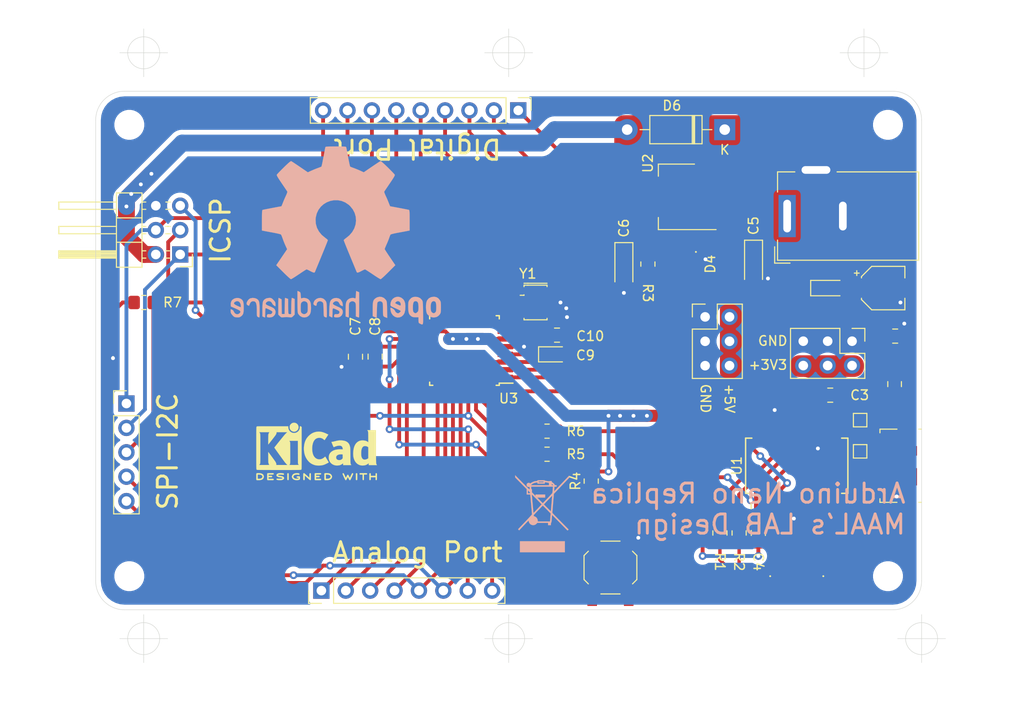
<source format=kicad_pcb>
(kicad_pcb (version 20171130) (host pcbnew 5.1.10-88a1d61d58~90~ubuntu20.04.1)
  (title_block (title "Arduino Nano") (date 2021-10-13) (rev 1) (company "MAAL's LAB") (comment 1 "Designer: Mohammad Ahmad ALhamad"))
  (layers (0 F.Cu signal) (31 B.Cu signal) (34 B.Paste user) (35 F.Paste user) (36 B.SilkS user) (37 F.SilkS user) (38 B.Mask user) (39 F.Mask user) (44 Edge.Cuts user))
  (net 0 "")
  (net 1 GND)
  (net 2 VBUS)
  (net 3 +3V3)
  (net 4 "Net-(C4-Pad2)")
  (net 5 /~RESET)
  (net 6 VDC)
  (net 7 +5V)
  (net 8 /ATmega328P/AREF)
  (net 9 "Net-(D2-Pad1)")
  (net 10 "Net-(D3-Pad1)")
  (net 11 "Net-(D4-Pad2)")
  (net 12 "Net-(D5-Pad2)")
  (net 13 "Net-(F1-Pad2)")
  (net 14 D11)
  (net 15 D13)
  (net 16 D12)
  (net 17 /USB_Interface/USB_P)
  (net 18 /USB_Interface/USB_N)
  (net 19 /A5)
  (net 20 /A4)
  (net 21 /A7)
  (net 22 /A6)
  (net 23 /A3)
  (net 24 /A2)
  (net 25 /A1)
  (net 26 /A0)
  (net 27 /D10)
  (net 28 /D9)
  (net 29 /D8)
  (net 30 /D7)
  (net 31 /D6)
  (net 32 /D5)
  (net 33 /D4)
  (net 34 /D3)
  (net 35 /D2)
  (net 36 "Net-(R1-Pad2)")
  (net 37 "Net-(R2-Pad2)")
  (net 38 /ATmega328P/D0|RX)
  (net 39 /TXD)
  (net 40 /ATmega328P/D1|TX)
  (net 41 /RXD)
  (net 42 "Net-(U3-Pad8)")
  (net 43 "Net-(U3-Pad7)")
  (module Symbol:WEEE-Logo_5.6x8mm_SilkScreen (layer B.Cu) (at 156.5 112 180)
    (fp_text reference REF** hide)
    (fp_text value WEEE-Logo_5.6x8mm_SilkScreen hide)
  )
  (module Symbol:OSHW-Logo2_24.3x20mm_SilkScreen (layer B.Cu) (at 135 83 180)
    (fp_text reference REF** hide)
    (fp_text value OSHW-Logo2_24.3x20mm_SilkScreen hide)
  )
  (module Symbol:KiCad-Logo2_5mm_SilkScreen (layer F.Cu) (at 133 105.5)
    (fp_text reference REF** hide)
    (fp_text value KiCad-Logo2_5mm_SilkScreen hide)
  )
  (module Capacitor_SMD:C_0805_2012Metric_Pad1.18x1.45mm_HandSolder (layer F.Cu) (at 158.0375 93.4)
    (fp_text reference C10 (at 3.4625 0.1) (layer F.SilkS))
    (fp_text value 1uF)
    (pad 2 smd roundrect (at 1.0375 0) (size 1.175 1.45) (layers F.Cu F.Paste F.Mask) (roundrect_rratio 0.2127659574468085) (net 1 GND))
    (pad 1 smd roundrect (at -1.0375 0) (size 1.175 1.45) (layers F.Cu F.Paste F.Mask) (roundrect_rratio 0.2127659574468085) (net 7 +5V))
  )
  (module Connector_PinHeader_2.54mm:PinHeader_1x09_P2.54mm_Vertical (layer F.Cu) (at 154 70 270)
    (fp_text reference J7 hide)
    (fp_text value "Digital Port")
    (pad 9 thru_hole oval (at 0 20.32 270) (size 1.7 1.7) (drill 1) (layers *.Cu *.Mask) (net 27 /D10))
    (pad 8 thru_hole oval (at 0 17.78 270) (size 1.7 1.7) (drill 1) (layers *.Cu *.Mask) (net 28 /D9))
    (pad 7 thru_hole oval (at 0 15.24 270) (size 1.7 1.7) (drill 1) (layers *.Cu *.Mask) (net 29 /D8))
    (pad 6 thru_hole oval (at 0 12.7 270) (size 1.7 1.7) (drill 1) (layers *.Cu *.Mask) (net 30 /D7))
    (pad 5 thru_hole oval (at 0 10.16 270) (size 1.7 1.7) (drill 1) (layers *.Cu *.Mask) (net 31 /D6))
    (pad 4 thru_hole oval (at 0 7.62 270) (size 1.7 1.7) (drill 1) (layers *.Cu *.Mask) (net 32 /D5))
    (pad 3 thru_hole oval (at 0 5.08 270) (size 1.7 1.7) (drill 1) (layers *.Cu *.Mask) (net 33 /D4))
    (pad 2 thru_hole oval (at 0 2.54 270) (size 1.7 1.7) (drill 1) (layers *.Cu *.Mask) (net 34 /D3))
    (pad 1 thru_hole rect (at 0 0 270) (size 1.7 1.7) (drill 1) (layers *.Cu *.Mask) (net 35 /D2))
  )
  (module Connector_PinHeader_2.54mm:PinHeader_2x03_P2.54mm_Vertical (layer F.Cu) (at 173.46 91.5)
    (fp_text reference J6 hide)
    (fp_text value Conn_02x03_Odd_Even)
    (pad 6 thru_hole oval (at 2.54 5.08) (size 1.7 1.7) (drill 1) (layers *.Cu *.Mask) (net 7 +5V))
    (pad 5 thru_hole oval (at 0 5.08) (size 1.7 1.7) (drill 1) (layers *.Cu *.Mask) (net 1 GND))
    (pad 4 thru_hole oval (at 2.54 2.54) (size 1.7 1.7) (drill 1) (layers *.Cu *.Mask) (net 7 +5V))
    (pad 3 thru_hole oval (at 0 2.54) (size 1.7 1.7) (drill 1) (layers *.Cu *.Mask) (net 1 GND))
    (pad 2 thru_hole oval (at 2.54 0) (size 1.7 1.7) (drill 1) (layers *.Cu *.Mask) (net 7 +5V))
    (pad 1 thru_hole rect (at 0 0) (size 1.7 1.7) (drill 1) (layers *.Cu *.Mask) (net 1 GND))
  )
  (module Package_SO:SSOP-28_5.3x10.2mm_P0.65mm (layer F.Cu) (at 183 107 90)
    (fp_text reference U1 (at 0 -6.25 90) (layer F.SilkS))
    (fp_text value FT232RL)
    (pad 28 smd rect (at 3.6 -4.225 90) (size 1.75 0.45) (layers F.Cu F.Paste F.Mask))
    (pad 27 smd rect (at 3.6 -3.575 90) (size 1.75 0.45) (layers F.Cu F.Paste F.Mask))
    (pad 26 smd rect (at 3.6 -2.925 90) (size 1.75 0.45) (layers F.Cu F.Paste F.Mask) (net 1 GND))
    (pad 25 smd rect (at 3.6 -2.275 90) (size 1.75 0.45) (layers F.Cu F.Paste F.Mask) (net 1 GND))
    (pad 24 smd rect (at 3.6 -1.625 90) (size 1.75 0.45) (layers F.Cu F.Paste F.Mask))
    (pad 23 smd rect (at 3.6 -0.975 90) (size 1.75 0.45) (layers F.Cu F.Paste F.Mask) (net 36 "Net-(R1-Pad2)"))
    (pad 22 smd rect (at 3.6 -0.325 90) (size 1.75 0.45) (layers F.Cu F.Paste F.Mask) (net 37 "Net-(R2-Pad2)"))
    (pad 21 smd rect (at 3.6 0.325 90) (size 1.75 0.45) (layers F.Cu F.Paste F.Mask) (net 1 GND))
    (pad 20 smd rect (at 3.6 0.975 90) (size 1.75 0.45) (layers F.Cu F.Paste F.Mask) (net 7 +5V))
    (pad 19 smd rect (at 3.6 1.625 90) (size 1.75 0.45) (layers F.Cu F.Paste F.Mask))
    (pad 18 smd rect (at 3.6 2.275 90) (size 1.75 0.45) (layers F.Cu F.Paste F.Mask) (net 1 GND))
    (pad 17 smd rect (at 3.6 2.925 90) (size 1.75 0.45) (layers F.Cu F.Paste F.Mask) (net 3 +3V3))
    (pad 16 smd rect (at 3.6 3.575 90) (size 1.75 0.45) (layers F.Cu F.Paste F.Mask) (net 18 /USB_Interface/USB_N))
    (pad 15 smd rect (at 3.6 4.225 90) (size 1.75 0.45) (layers F.Cu F.Paste F.Mask) (net 17 /USB_Interface/USB_P))
    (pad 14 smd rect (at -3.6 4.225 90) (size 1.75 0.45) (layers F.Cu F.Paste F.Mask))
    (pad 13 smd rect (at -3.6 3.575 90) (size 1.75 0.45) (layers F.Cu F.Paste F.Mask))
    (pad 12 smd rect (at -3.6 2.925 90) (size 1.75 0.45) (layers F.Cu F.Paste F.Mask))
    (pad 11 smd rect (at -3.6 2.275 90) (size 1.75 0.45) (layers F.Cu F.Paste F.Mask))
    (pad 10 smd rect (at -3.6 1.625 90) (size 1.75 0.45) (layers F.Cu F.Paste F.Mask))
    (pad 9 smd rect (at -3.6 0.975 90) (size 1.75 0.45) (layers F.Cu F.Paste F.Mask))
    (pad 8 smd rect (at -3.6 0.325 90) (size 1.75 0.45) (layers F.Cu F.Paste F.Mask))
    (pad 7 smd rect (at -3.6 -0.325 90) (size 1.75 0.45) (layers F.Cu F.Paste F.Mask) (net 1 GND))
    (pad 6 smd rect (at -3.6 -0.975 90) (size 1.75 0.45) (layers F.Cu F.Paste F.Mask))
    (pad 5 smd rect (at -3.6 -1.625 90) (size 1.75 0.45) (layers F.Cu F.Paste F.Mask) (net 41 /RXD))
    (pad 4 smd rect (at -3.6 -2.275 90) (size 1.75 0.45) (layers F.Cu F.Paste F.Mask) (net 7 +5V))
    (pad 3 smd rect (at -3.6 -2.925 90) (size 1.75 0.45) (layers F.Cu F.Paste F.Mask))
    (pad 2 smd rect (at -3.6 -3.575 90) (size 1.75 0.45) (layers F.Cu F.Paste F.Mask) (net 4 "Net-(C4-Pad2)"))
    (pad 1 smd rect (at -3.6 -4.225 90) (size 1.75 0.45) (layers F.Cu F.Paste F.Mask) (net 39 /TXD))
  )
  (module Resistor_SMD:R_0805_2012Metric_Pad1.20x1.40mm_HandSolder (layer F.Cu) (at 175 114 90)
    (fp_text reference R1 (at -3 0 270 unlocked) (layer F.SilkS))
    (fp_text value 1k)
    (pad 2 smd roundrect (at 1 0 90) (size 1.2 1.4) (layers F.Cu F.Paste F.Mask) (roundrect_rratio 0.2083325) (net 36 "Net-(R1-Pad2)"))
    (pad 1 smd roundrect (at -1 0 90) (size 1.2 1.4) (layers F.Cu F.Paste F.Mask) (roundrect_rratio 0.2083325) (net 9 "Net-(D2-Pad1)"))
  )
  (module LED_SMD:LED_0402_1005Metric_Pad0.77x0.64mm_HandSolder (layer F.Cu) (at 184.5 118.5 180)
    (fp_text reference D2 hide)
    (fp_text value Red)
    (pad 2 smd roundrect (at 0.5725 0 180) (size 0.765 0.64) (layers F.Cu F.Paste F.Mask) (net 7 +5V))
    (pad 1 smd roundrect (at -0.5725 0 180) (size 0.765 0.64) (layers F.Cu F.Paste F.Mask) (net 9 "Net-(D2-Pad1)"))
  )
  (module Connector_PinHeader_2.54mm:PinHeader_2x03_P2.54mm_Vertical (layer F.Cu) (at 188.76 94.03 270)
    (fp_text reference J8 hide)
    (fp_text value Conn_02x03_Odd_Even)
    (pad 6 thru_hole oval (at 2.54 5.08 270) (size 1.7 1.7) (drill 1) (layers *.Cu *.Mask) (net 3 +3V3))
    (pad 5 thru_hole oval (at 0 5.08 270) (size 1.7 1.7) (drill 1) (layers *.Cu *.Mask) (net 1 GND))
    (pad 4 thru_hole oval (at 2.54 2.54 270) (size 1.7 1.7) (drill 1) (layers *.Cu *.Mask) (net 3 +3V3))
    (pad 3 thru_hole oval (at 0 2.54 270) (size 1.7 1.7) (drill 1) (layers *.Cu *.Mask) (net 1 GND))
    (pad 2 thru_hole oval (at 2.54 0 270) (size 1.7 1.7) (drill 1) (layers *.Cu *.Mask) (net 3 +3V3))
    (pad 1 thru_hole rect (at 0 0 270) (size 1.7 1.7) (drill 1) (layers *.Cu *.Mask) (net 1 GND))
  )
  (module Capacitor_Tantalum_SMD:CP_EIA-3216-10_Kemet-I_Pad1.58x1.35mm_HandSolder (layer F.Cu) (at 165 86.25 270)
    (fp_text reference C6 (at -4 0 90) (layer F.SilkS))
    (fp_text value 10uF)
    (pad 2 smd roundrect (at 1.4375 0 270) (size 1.575 1.35) (layers F.Cu F.Paste F.Mask) (roundrect_rratio 0.1851844444444445) (net 1 GND))
    (pad 1 smd roundrect (at -1.4375 0 270) (size 1.575 1.35) (layers F.Cu F.Paste F.Mask) (roundrect_rratio 0.1851844444444445) (net 7 +5V))
  )
  (module Capacitor_Tantalum_SMD:CP_EIA-3216-10_Kemet-I_Pad1.58x1.35mm_HandSolder (layer F.Cu) (at 178.5 86 270)
    (fp_text reference C5 (at -4 0 90) (layer F.SilkS))
    (fp_text value 10uF)
    (pad 2 smd roundrect (at 1.4375 0 270) (size 1.575 1.35) (layers F.Cu F.Paste F.Mask) (roundrect_rratio 0.1851844444444445) (net 1 GND))
    (pad 1 smd roundrect (at -1.4375 0 270) (size 1.575 1.35) (layers F.Cu F.Paste F.Mask) (roundrect_rratio 0.1851844444444445) (net 6 VDC))
  )
  (module Diode_THT:D_DO-41_SOD81_P10.16mm_Horizontal (layer F.Cu) (at 175.5 72 180)
    (fp_text reference D6 (at 5.5 2.5) (layer F.SilkS))
    (fp_text value 1N4007)
    (fp_text user K (at 0 -2.1) (layer F.SilkS))
    (pad 2 thru_hole oval (at 10.16 0 180) (size 2.2 2.2) (drill 1.1) (layers *.Cu *.Mask) (net 7 +5V))
    (pad 1 thru_hole rect (at 0 0 180) (size 2.2 2.2) (drill 1.1) (layers *.Cu *.Mask) (net 6 VDC))
  )
  (module Crystal:Resonator_SMD_muRata_CSTxExxV-3Pin_3.0x1.1mm_HandSoldering (layer F.Cu) (at 155.8 90 270)
    (fp_text reference Y1 (at -3 0.8 180) (layer F.SilkS))
    (fp_text value 16MHz)
    (pad 3 smd rect (at 1.2 0 270) (size 0.4 3.2) (layers F.Cu F.Paste F.Mask) (net 43 "Net-(U3-Pad7)"))
    (pad 2 smd rect (at 0 0 270) (size 0.4 3.2) (layers F.Cu F.Paste F.Mask) (net 1 GND))
    (pad 1 smd rect (at -1.2 0 270) (size 0.4 3.2) (layers F.Cu F.Paste F.Mask) (net 42 "Net-(U3-Pad8)"))
  )
  (module Package_QFP:TQFP-32_7x7mm_P0.8mm (layer F.Cu) (at 148.4 95 180)
    (fp_text reference U3 (at -4.6 -5) (layer F.SilkS))
    (fp_text value ATmega328P-AU)
    (pad 1 smd rect (at -4.25 -2.8 180) (size 1.6 0.55) (layers F.Cu F.Paste F.Mask) (net 34 /D3))
    (pad 2 smd rect (at -4.25 -2 180) (size 1.6 0.55) (layers F.Cu F.Paste F.Mask) (net 33 /D4))
    (pad 3 smd rect (at -4.25 -1.2 180) (size 1.6 0.55) (layers F.Cu F.Paste F.Mask) (net 1 GND))
    (pad 4 smd rect (at -4.25 -0.4 180) (size 1.6 0.55) (layers F.Cu F.Paste F.Mask) (net 7 +5V))
    (pad 5 smd rect (at -4.25 0.4 180) (size 1.6 0.55) (layers F.Cu F.Paste F.Mask) (net 1 GND))
    (pad 6 smd rect (at -4.25 1.2 180) (size 1.6 0.55) (layers F.Cu F.Paste F.Mask) (net 7 +5V))
    (pad 7 smd rect (at -4.25 2 180) (size 1.6 0.55) (layers F.Cu F.Paste F.Mask) (net 43 "Net-(U3-Pad7)"))
    (pad 8 smd rect (at -4.25 2.8 180) (size 1.6 0.55) (layers F.Cu F.Paste F.Mask) (net 42 "Net-(U3-Pad8)"))
    (pad 9 smd rect (at -2.8 4.25 270) (size 1.6 0.55) (layers F.Cu F.Paste F.Mask) (net 32 /D5))
    (pad 10 smd rect (at -2 4.25 270) (size 1.6 0.55) (layers F.Cu F.Paste F.Mask) (net 31 /D6))
    (pad 11 smd rect (at -1.2 4.25 270) (size 1.6 0.55) (layers F.Cu F.Paste F.Mask) (net 30 /D7))
    (pad 12 smd rect (at -0.4 4.25 270) (size 1.6 0.55) (layers F.Cu F.Paste F.Mask) (net 29 /D8))
    (pad 13 smd rect (at 0.4 4.25 270) (size 1.6 0.55) (layers F.Cu F.Paste F.Mask) (net 28 /D9))
    (pad 14 smd rect (at 1.2 4.25 270) (size 1.6 0.55) (layers F.Cu F.Paste F.Mask) (net 27 /D10))
    (pad 15 smd rect (at 2 4.25 270) (size 1.6 0.55) (layers F.Cu F.Paste F.Mask) (net 14 D11))
    (pad 16 smd rect (at 2.8 4.25 270) (size 1.6 0.55) (layers F.Cu F.Paste F.Mask) (net 16 D12))
    (pad 17 smd rect (at 4.25 2.8 180) (size 1.6 0.55) (layers F.Cu F.Paste F.Mask) (net 15 D13))
    (pad 18 smd rect (at 4.25 2 180) (size 1.6 0.55) (layers F.Cu F.Paste F.Mask) (net 7 +5V))
    (pad 19 smd rect (at 4.25 1.2 180) (size 1.6 0.55) (layers F.Cu F.Paste F.Mask) (net 22 /A6))
    (pad 20 smd rect (at 4.25 0.4 180) (size 1.6 0.55) (layers F.Cu F.Paste F.Mask) (net 8 /ATmega328P/AREF))
    (pad 21 smd rect (at 4.25 -0.4 180) (size 1.6 0.55) (layers F.Cu F.Paste F.Mask) (net 1 GND))
    (pad 22 smd rect (at 4.25 -1.2 180) (size 1.6 0.55) (layers F.Cu F.Paste F.Mask) (net 21 /A7))
    (pad 23 smd rect (at 4.25 -2 180) (size 1.6 0.55) (layers F.Cu F.Paste F.Mask) (net 26 /A0))
    (pad 24 smd rect (at 4.25 -2.8 180) (size 1.6 0.55) (layers F.Cu F.Paste F.Mask) (net 25 /A1))
    (pad 25 smd rect (at 2.8 -4.25 270) (size 1.6 0.55) (layers F.Cu F.Paste F.Mask) (net 24 /A2))
    (pad 26 smd rect (at 2 -4.25 270) (size 1.6 0.55) (layers F.Cu F.Paste F.Mask) (net 23 /A3))
    (pad 27 smd rect (at 1.2 -4.25 270) (size 1.6 0.55) (layers F.Cu F.Paste F.Mask) (net 20 /A4))
    (pad 28 smd rect (at 0.4 -4.25 270) (size 1.6 0.55) (layers F.Cu F.Paste F.Mask) (net 19 /A5))
    (pad 29 smd rect (at -0.4 -4.25 270) (size 1.6 0.55) (layers F.Cu F.Paste F.Mask) (net 5 /~RESET))
    (pad 30 smd rect (at -1.2 -4.25 270) (size 1.6 0.55) (layers F.Cu F.Paste F.Mask) (net 38 /ATmega328P/D0|RX))
    (pad 31 smd rect (at -2 -4.25 270) (size 1.6 0.55) (layers F.Cu F.Paste F.Mask) (net 40 /ATmega328P/D1|TX))
    (pad 32 smd rect (at -2.8 -4.25 270) (size 1.6 0.55) (layers F.Cu F.Paste F.Mask) (net 35 /D2))
  )
  (module Package_TO_SOT_SMD:SOT-223-3_TabPin2 (layer F.Cu) (at 170.5 79 180)
    (fp_text reference U2 (at 3 3.5 90) (layer F.SilkS))
    (fp_text value LM1117-5.0)
    (pad 1 smd rect (at -3.15 -2.3 180) (size 2 1.5) (layers F.Cu F.Paste F.Mask) (net 1 GND))
    (pad 3 smd rect (at -3.15 2.3 180) (size 2 1.5) (layers F.Cu F.Paste F.Mask) (net 6 VDC))
    (pad 2 smd rect (at -3.15 0 180) (size 2 1.5) (layers F.Cu F.Paste F.Mask) (net 7 +5V))
    (pad 2 smd rect (at 3.15 0 180) (size 2 3.8) (layers F.Cu F.Paste F.Mask) (net 7 +5V))
  )
  (module TestPoint:TestPoint_Pad_1.0x1.0mm (layer F.Cu) (at 189.6 102.25 180)
    (fp_text reference TP2 hide)
    (fp_text value D-)
    (pad 1 smd rect (at 0 0 180) (size 1 1) (layers F.Cu F.Mask) (net 18 /USB_Interface/USB_N))
  )
  (module TestPoint:TestPoint_Pad_1.0x1.0mm (layer F.Cu) (at 189.6 105.5 180)
    (fp_text reference TP1 hide)
    (fp_text value D+)
    (pad 1 smd rect (at 0 0 180) (size 1 1) (layers F.Cu F.Mask) (net 17 /USB_Interface/USB_P))
  )
  (module Button_Switch_SMD:SW_SPST_TL3342 (layer F.Cu) (at 163.6 117.6 90)
    (fp_text reference SW1 hide)
    (fp_text value RESET)
    (pad 2 smd rect (at 3.15 1.9 90) (size 1.7 1) (layers F.Cu F.Paste F.Mask) (net 1 GND))
    (pad 2 smd rect (at -3.15 1.9 90) (size 1.7 1) (layers F.Cu F.Paste F.Mask) (net 1 GND))
    (pad 1 smd rect (at 3.15 -1.9 90) (size 1.7 1) (layers F.Cu F.Paste F.Mask) (net 5 /~RESET))
    (pad 1 smd rect (at -3.15 -1.9 90) (size 1.7 1) (layers F.Cu F.Paste F.Mask) (net 5 /~RESET))
  )
  (module Resistor_SMD:R_0805_2012Metric_Pad1.20x1.40mm_HandSolder (layer F.Cu) (at 115 90)
    (fp_text reference R7 (at 3 0) (layer F.SilkS))
    (fp_text value 1k)
    (pad 2 smd roundrect (at 1 0) (size 1.2 1.4) (layers F.Cu F.Paste F.Mask) (roundrect_rratio 0.2083325) (net 15 D13))
    (pad 1 smd roundrect (at -1 0) (size 1.2 1.4) (layers F.Cu F.Paste F.Mask) (roundrect_rratio 0.2083325) (net 12 "Net-(D5-Pad2)"))
  )
  (module Resistor_SMD:R_0805_2012Metric_Pad1.20x1.40mm_HandSolder (layer F.Cu) (at 157 103.4 180)
    (fp_text reference R6 (at -3 0) (layer F.SilkS))
    (fp_text value 1k)
    (pad 2 smd roundrect (at 1 0 180) (size 1.2 1.4) (layers F.Cu F.Paste F.Mask) (roundrect_rratio 0.2083325) (net 40 /ATmega328P/D1|TX))
    (pad 1 smd roundrect (at -1 0 180) (size 1.2 1.4) (layers F.Cu F.Paste F.Mask) (roundrect_rratio 0.2083325) (net 41 /RXD))
  )
  (module Resistor_SMD:R_0805_2012Metric_Pad1.20x1.40mm_HandSolder (layer F.Cu) (at 157 105.8 180)
    (fp_text reference R5 (at -3 0) (layer F.SilkS))
    (fp_text value 1k)
    (pad 2 smd roundrect (at 1 0 180) (size 1.2 1.4) (layers F.Cu F.Paste F.Mask) (roundrect_rratio 0.2083325) (net 38 /ATmega328P/D0|RX))
    (pad 1 smd roundrect (at -1 0 180) (size 1.2 1.4) (layers F.Cu F.Paste F.Mask) (roundrect_rratio 0.2083325) (net 39 /TXD))
  )
  (module Resistor_SMD:R_0805_2012Metric_Pad1.20x1.40mm_HandSolder (layer F.Cu) (at 161.6 108.6 90)
    (fp_text reference R4 (at 0 -1.65 90) (layer F.SilkS))
    (fp_text value 1k)
    (pad 2 smd roundrect (at 1 0 90) (size 1.2 1.4) (layers F.Cu F.Paste F.Mask) (roundrect_rratio 0.2083325) (net 7 +5V))
    (pad 1 smd roundrect (at -1 0 90) (size 1.2 1.4) (layers F.Cu F.Paste F.Mask) (roundrect_rratio 0.2083325) (net 5 /~RESET))
  )
  (module Resistor_SMD:R_0805_2012Metric_Pad1.20x1.40mm_HandSolder (layer F.Cu) (at 167.5 86 90)
    (fp_text reference R3 (at -3 0 270 unlocked) (layer F.SilkS))
    (fp_text value 1k)
    (pad 1 smd roundrect (at -1 0 90) (size 1.2 1.4) (layers F.Cu F.Paste F.Mask) (roundrect_rratio 0.2083325) (net 11 "Net-(D4-Pad2)"))
    (pad 2 smd roundrect (at 1 0 90) (size 1.2 1.4) (layers F.Cu F.Paste F.Mask) (roundrect_rratio 0.2083325) (net 7 +5V))
  )
  (module Resistor_SMD:R_0805_2012Metric_Pad1.20x1.40mm_HandSolder (layer F.Cu) (at 177 114 90)
    (fp_text reference R2 (at -3 0 270 unlocked) (layer F.SilkS))
    (fp_text value 1k)
    (pad 2 smd roundrect (at 1 0 90) (size 1.2 1.4) (layers F.Cu F.Paste F.Mask) (roundrect_rratio 0.2083325) (net 37 "Net-(R2-Pad2)"))
    (pad 1 smd roundrect (at -1 0 90) (size 1.2 1.4) (layers F.Cu F.Paste F.Mask) (roundrect_rratio 0.2083325) (net 10 "Net-(D3-Pad1)"))
  )
  (module Connector_PinHeader_2.54mm:PinHeader_1x08_P2.54mm_Vertical (layer F.Cu) (at 133.5 120 90)
    (fp_text reference J5 hide)
    (fp_text value "Ananlog Port")
    (pad 8 thru_hole oval (at 0 17.78 90) (size 1.7 1.7) (drill 1) (layers *.Cu *.Mask) (net 21 /A7))
    (pad 7 thru_hole oval (at 0 15.24 90) (size 1.7 1.7) (drill 1) (layers *.Cu *.Mask) (net 22 /A6))
    (pad 6 thru_hole oval (at 0 12.7 90) (size 1.7 1.7) (drill 1) (layers *.Cu *.Mask) (net 19 /A5))
    (pad 5 thru_hole oval (at 0 10.16 90) (size 1.7 1.7) (drill 1) (layers *.Cu *.Mask) (net 20 /A4))
    (pad 4 thru_hole oval (at 0 7.62 90) (size 1.7 1.7) (drill 1) (layers *.Cu *.Mask) (net 23 /A3))
    (pad 3 thru_hole oval (at 0 5.08 90) (size 1.7 1.7) (drill 1) (layers *.Cu *.Mask) (net 24 /A2))
    (pad 2 thru_hole oval (at 0 2.54 90) (size 1.7 1.7) (drill 1) (layers *.Cu *.Mask) (net 25 /A1))
    (pad 1 thru_hole rect (at 0 0 90) (size 1.7 1.7) (drill 1) (layers *.Cu *.Mask) (net 26 /A0))
  )
  (module Connector_PinHeader_2.54mm:PinHeader_1x05_P2.54mm_Vertical (layer F.Cu) (at 113.2 100.52)
    (fp_text reference J4 hide)
    (fp_text value SPI|I2C)
    (pad 5 thru_hole oval (at 0 10.16) (size 1.7 1.7) (drill 1) (layers *.Cu *.Mask) (net 19 /A5))
    (pad 4 thru_hole oval (at 0 7.62) (size 1.7 1.7) (drill 1) (layers *.Cu *.Mask) (net 20 /A4))
    (pad 3 thru_hole oval (at 0 5.08) (size 1.7 1.7) (drill 1) (layers *.Cu *.Mask) (net 15 D13))
    (pad 2 thru_hole oval (at 0 2.54) (size 1.7 1.7) (drill 1) (layers *.Cu *.Mask) (net 16 D12))
    (pad 1 thru_hole rect (at 0 0) (size 1.7 1.7) (drill 1) (layers *.Cu *.Mask) (net 14 D11))
  )
  (module Connector_BarrelJack:BarrelJack_Wuerth_6941xx301002 (layer F.Cu) (at 182 81 90)
    (fp_text reference J3 hide)
    (fp_text value Barrel_Jack_Switch)
    (pad 3 thru_hole oval (at 4.8 3 180) (size 4 1.8) (drill oval 3 0.8) (layers *.Cu *.Mask) (net 1 GND))
    (pad 2 thru_hole oval (at 0 5.8 90) (size 4 1.8) (drill oval 3 0.8) (layers *.Cu *.Mask) (net 1 GND))
    (pad 1 thru_hole rect (at 0 0 90) (size 4.4 1.8) (drill oval 3.4 0.8) (layers *.Cu *.Mask) (net 6 VDC))
  )
  (module Connector_USB:USB_Micro-B_Molex_47346-0001 (layer F.Cu) (at 193.375 107 90)
    (fp_text reference J2 hide)
    (fp_text value Molex_47346-0001)
    (pad 6 smd rect (at 1.55 1.2 90) (size 1 1.9) (layers F.Cu F.Paste F.Mask) (net 1 GND))
    (pad 6 smd rect (at -1.15 1.2 90) (size 1.8 1.9) (layers F.Cu F.Paste F.Mask) (net 1 GND))
    (pad 6 smd rect (at 3.375 1.2 90) (size 1.65 1.3) (layers F.Cu F.Paste F.Mask) (net 1 GND))
    (pad 6 smd rect (at -3.375 1.2 90) (size 1.65 1.3) (layers F.Cu F.Paste F.Mask) (net 1 GND))
    (pad 6 smd rect (at 2.4875 -1.375 90) (size 1.425 1.55) (layers F.Cu F.Paste F.Mask) (net 1 GND))
    (pad 6 smd rect (at -2.4875 -1.375 90) (size 1.425 1.55) (layers F.Cu F.Paste F.Mask) (net 1 GND))
    (pad 5 smd rect (at 1.3 -1.46 90) (size 0.45 1.38) (layers F.Cu F.Paste F.Mask) (net 1 GND))
    (pad 4 smd rect (at 0.65 -1.46 90) (size 0.45 1.38) (layers F.Cu F.Paste F.Mask))
    (pad 3 smd rect (at 0 -1.46 90) (size 0.45 1.38) (layers F.Cu F.Paste F.Mask) (net 17 /USB_Interface/USB_P))
    (pad 2 smd rect (at -0.65 -1.46 90) (size 0.45 1.38) (layers F.Cu F.Paste F.Mask) (net 18 /USB_Interface/USB_N))
    (pad 1 smd rect (at -1.3 -1.46 90) (size 0.45 1.38) (layers F.Cu F.Paste F.Mask) (net 13 "Net-(F1-Pad2)"))
  )
  (module Connector_PinHeader_2.54mm:PinHeader_2x03_P2.54mm_Horizontal (layer F.Cu) (at 118.8 85 180)
    (fp_text reference J1 hide)
    (fp_text value Conn_02x03_Odd_Even)
    (pad 6 thru_hole oval (at 2.54 5.08 180) (size 1.7 1.7) (drill 1) (layers *.Cu *.Mask) (net 1 GND))
    (pad 5 thru_hole oval (at 0 5.08 180) (size 1.7 1.7) (drill 1) (layers *.Cu *.Mask) (net 5 /~RESET))
    (pad 4 thru_hole oval (at 2.54 2.54 180) (size 1.7 1.7) (drill 1) (layers *.Cu *.Mask) (net 14 D11))
    (pad 3 thru_hole oval (at 0 2.54 180) (size 1.7 1.7) (drill 1) (layers *.Cu *.Mask) (net 15 D13))
    (pad 2 thru_hole oval (at 2.54 0 180) (size 1.7 1.7) (drill 1) (layers *.Cu *.Mask) (net 7 +5V))
    (pad 1 thru_hole rect (at 0 0 180) (size 1.7 1.7) (drill 1) (layers *.Cu *.Mask) (net 16 D12))
  )
  (module MountingHole:MountingHole_2.1mm (layer F.Cu) (at 113.5 71.5)
    (fp_text reference H4 hide)
    (fp_text value MountingHole)
    (pad "" np_thru_hole circle (at 0 0) (size 2.1 2.1) (drill 2.1) (layers *.Cu *.Mask))
  )
  (module MountingHole:MountingHole_2.1mm (layer F.Cu) (at 192.5 71.5)
    (fp_text reference H3 hide)
    (fp_text value MountingHole)
    (pad "" np_thru_hole circle (at 0 0) (size 2.1 2.1) (drill 2.1) (layers *.Cu *.Mask))
  )
  (module MountingHole:MountingHole_2.1mm (layer F.Cu) (at 192.5 118.5)
    (fp_text reference H2 hide)
    (fp_text value MountingHole)
    (pad "" np_thru_hole circle (at 0 0) (size 2.1 2.1) (drill 2.1) (layers *.Cu *.Mask))
  )
  (module MountingHole:MountingHole_2.1mm (layer F.Cu) (at 113.5 118.5)
    (fp_text reference H1 hide)
    (fp_text value MountingHole)
    (pad "" np_thru_hole circle (at 0 0) (size 2.1 2.1) (drill 2.1) (layers *.Cu *.Mask))
  )
  (module Fuse:Fuse_0805_2012Metric_Pad1.15x1.40mm_HandSolder (layer F.Cu) (at 193.19 98.5 270)
    (fp_text reference F1 hide)
    (fp_text value SMD0603P050TF)
    (pad 2 smd roundrect (at 1.025 0 270) (size 1.15 1.4) (layers F.Cu F.Paste F.Mask) (roundrect_rratio 0.2173904347826087) (net 13 "Net-(F1-Pad2)"))
    (pad 1 smd roundrect (at -1.025 0 270) (size 1.15 1.4) (layers F.Cu F.Paste F.Mask) (roundrect_rratio 0.2173904347826087) (net 2 VBUS))
  )
  (module LED_SMD:LED_0402_1005Metric_Pad0.77x0.64mm_HandSolder (layer F.Cu) (at 111.8 94.4 90)
    (fp_text reference D5 hide)
    (fp_text value Yellow)
    (pad 2 smd roundrect (at 0.5725 0 90) (size 0.765 0.64) (layers F.Cu F.Paste F.Mask) (net 12 "Net-(D5-Pad2)"))
    (pad 1 smd roundrect (at -0.5725 0 90) (size 0.765 0.64) (layers F.Cu F.Paste F.Mask) (net 1 GND))
  )
  (module LED_SMD:LED_0402_1005Metric_Pad0.77x0.64mm_HandSolder (layer F.Cu) (at 172.5 86 270)
    (fp_text reference D4 (at 0 -1.5 90) (layer F.SilkS))
    (fp_text value Green)
    (pad 2 smd roundrect (at 0.5725 0 270) (size 0.765 0.64) (layers F.Cu F.Paste F.Mask) (net 11 "Net-(D4-Pad2)"))
    (pad 1 smd roundrect (at -0.5725 0 270) (size 0.765 0.64) (layers F.Cu F.Paste F.Mask) (net 1 GND))
  )
  (module LED_SMD:LED_0402_1005Metric_Pad0.77x0.64mm_HandSolder (layer F.Cu) (at 181.5 118.5)
    (fp_text reference D3 hide)
    (fp_text value Green)
    (pad 2 smd roundrect (at 0.5725 0) (size 0.765 0.64) (layers F.Cu F.Paste F.Mask) (net 7 +5V))
    (pad 1 smd roundrect (at -0.5725 0) (size 0.765 0.64) (layers F.Cu F.Paste F.Mask) (net 10 "Net-(D3-Pad1)"))
  )
  (module Diode_SMD:D_TUMD2 (layer F.Cu) (at 186.25 88.5)
    (fp_text reference D1 hide)
    (fp_text value SS1P3L)
    (pad 1 smd rect (at -0.65 0 180) (size 2 1.1) (layers F.Cu F.Paste F.Mask) (net 7 +5V))
    (pad 2 smd rect (at 1.25 0 180) (size 0.8 1.1) (layers F.Cu F.Paste F.Mask) (net 2 VBUS))
  )
  (module Capacitor_Tantalum_SMD:CP_EIA-1608-08_AVX-J_Pad1.25x1.05mm_HandSolder (layer F.Cu) (at 157.8 95.4)
    (fp_text reference C9 (at 3.2 0.1) (layer F.SilkS))
    (fp_text value 4.7uF)
    (pad 2 smd roundrect (at 0.8 0) (size 1.25 1.05) (layers F.Cu F.Paste F.Mask) (roundrect_rratio 0.2380942857142857) (net 1 GND))
    (pad 1 smd roundrect (at -0.8 0) (size 1.25 1.05) (layers F.Cu F.Paste F.Mask) (roundrect_rratio 0.2380942857142857) (net 7 +5V))
  )
  (module Capacitor_SMD:C_0805_2012Metric_Pad1.18x1.45mm_HandSolder (layer F.Cu) (at 139.1 95.6375 270)
    (fp_text reference C8 (at -3.1375 0 90) (layer F.SilkS))
    (fp_text value 100nF)
    (pad 2 smd roundrect (at 1.0375 0 270) (size 1.175 1.45) (layers F.Cu F.Paste F.Mask) (roundrect_rratio 0.2127659574468085) (net 1 GND))
    (pad 1 smd roundrect (at -1.0375 0 270) (size 1.175 1.45) (layers F.Cu F.Paste F.Mask) (roundrect_rratio 0.2127659574468085) (net 8 /ATmega328P/AREF))
  )
  (module Capacitor_SMD:C_0805_2012Metric_Pad1.18x1.45mm_HandSolder (layer F.Cu) (at 137.05 95.65 270)
    (fp_text reference C7 (at -3.15 0 90) (layer F.SilkS))
    (fp_text value 1uF)
    (pad 2 smd roundrect (at 1.0375 0 270) (size 1.175 1.45) (layers F.Cu F.Paste F.Mask) (roundrect_rratio 0.2127659574468085) (net 1 GND))
    (pad 1 smd roundrect (at -1.0375 0 270) (size 1.175 1.45) (layers F.Cu F.Paste F.Mask) (roundrect_rratio 0.2127659574468085) (net 7 +5V))
  )
  (module Capacitor_SMD:C_0805_2012Metric_Pad1.18x1.45mm_HandSolder (layer F.Cu) (at 179 114 90)
    (fp_text reference C4 (at -3 0 270 unlocked) (layer F.SilkS))
    (fp_text value 100nF)
    (pad 2 smd roundrect (at 1.0375 0 90) (size 1.175 1.45) (layers F.Cu F.Paste F.Mask) (roundrect_rratio 0.2127659574468085) (net 4 "Net-(C4-Pad2)"))
    (pad 1 smd roundrect (at -1.0375 0 90) (size 1.175 1.45) (layers F.Cu F.Paste F.Mask) (roundrect_rratio 0.2127659574468085) (net 5 /~RESET))
  )
  (module Capacitor_SMD:C_0805_2012Metric_Pad1.18x1.45mm_HandSolder (layer F.Cu) (at 186.4875 99.65)
    (fp_text reference C3 (at 3.0625 0) (layer F.SilkS))
    (fp_text value 100nF)
    (pad 2 smd roundrect (at 1.0375 0) (size 1.175 1.45) (layers F.Cu F.Paste F.Mask) (roundrect_rratio 0.2127659574468085) (net 1 GND))
    (pad 1 smd roundrect (at -1.0375 0) (size 1.175 1.45) (layers F.Cu F.Paste F.Mask) (roundrect_rratio 0.2127659574468085) (net 3 +3V3))
  )
  (module Capacitor_SMD:CP_Elec_4x3 (layer F.Cu) (at 192 88.5)
    (fp_text reference C2 hide)
    (fp_text value 4.7uF)
    (pad 2 smd roundrect (at 1.8 0) (size 2.6 1.6) (layers F.Cu F.Paste F.Mask) (roundrect_rratio 0.15625) (net 1 GND))
    (pad 1 smd roundrect (at -1.8 0) (size 2.6 1.6) (layers F.Cu F.Paste F.Mask) (roundrect_rratio 0.15625) (net 2 VBUS))
  )
  (module Capacitor_SMD:C_0805_2012Metric_Pad1.18x1.45mm_HandSolder (layer F.Cu) (at 193.25 93.5)
    (fp_text reference C1 hide)
    (fp_text value 100nF)
    (pad 2 smd roundrect (at 1.0375 0) (size 1.175 1.45) (layers F.Cu F.Paste F.Mask) (roundrect_rratio 0.2127659574468085) (net 1 GND))
    (pad 1 smd roundrect (at -1.0375 0) (size 1.175 1.45) (layers F.Cu F.Paste F.Mask) (roundrect_rratio 0.2127659574468085) (net 2 VBUS))
  )
  (target plus (at 115 64) (size 5) (width 0.05) (layer Edge.Cuts))
  (gr_text "Arduino Nano Replica\nMAAL's LAB Design" (at 194.5 111.5) (layer B.SilkS) (effects (font (size 2 2) (thickness 0.3)) (justify left mirror)))
  (gr_text SPI-I2C (at 117.5 105.5 90) (layer F.SilkS) (effects (font (size 2 2) (thickness 0.3))))
  (gr_text ICSP (at 123 82.5 90) (layer F.SilkS) (effects (font (size 2 2) (thickness 0.3))))
  (gr_text "Digital Port" (at 143.5 74 180) (layer F.SilkS) (effects (font (size 2 2) (thickness 0.3))))
  (gr_text "Analog Port" (at 143.5 116) (layer F.SilkS) (effects (font (size 2 2) (thickness 0.3))))
  (gr_text +3V3 (at 180 96.5) (layer F.SilkS) (effects (font (size 1 1))))
  (gr_text GND (at 180.5 94) (layer F.SilkS) (effects (font (size 1 1))))
  (gr_text GND (at 173.5 100 -90) (layer F.SilkS) (effects (font (size 1 1))))
  (gr_text +5V (at 176 100 270) (layer F.SilkS) (effects (font (size 1 1))))
  (target plus (at 190 64) (size 5) (width 0.05) (layer Edge.Cuts))
  (target plus (at 153 64) (size 5) (width 0.05) (layer Edge.Cuts))
  (target plus (at 153 125) (size 5) (width 0.05) (layer Edge.Cuts))
  (target plus (at 196 125) (size 5) (width 0.05) (layer Edge.Cuts))
  (target plus (at 115 125) (size 5) (width 0.05) (layer Edge.Cuts))
  (gr_line (start 196 119) (end 196 71) (layer Edge.Cuts) (width 0.05))
  (gr_line (start 113 122) (end 193 122) (layer Edge.Cuts) (width 0.05))
  (gr_line (start 110 71) (end 110 119) (layer Edge.Cuts) (width 0.05))
  (gr_line (start 193 68) (end 113 68) (layer Edge.Cuts) (width 0.05))
  (gr_arc (start 193 71) (end 196 71) (angle -90) (layer Edge.Cuts) (width 0.05))
  (gr_arc (start 193 119) (end 193 122) (angle -90) (layer Edge.Cuts) (width 0.05))
  (gr_arc (start 113 119) (end 110 119) (angle -90) (layer Edge.Cuts) (width 0.05))
  (gr_arc (start 113 71) (end 113 68) (angle -90) (layer Edge.Cuts) (width 0.05))
  (segment (start 173.65 83.3) (end 173.65 81.3) (width 0.5) (layer F.Cu) (net 1))
  (segment (start 172.5 84.45) (end 173.65 83.3) (width 0.5) (layer F.Cu) (net 1))
  (segment (start 172.5 85.4275) (end 172.5 84.45) (width 0.5) (layer F.Cu) (net 1))
  (segment (start 187.525 99.65) (end 190.35 99.65) (width 0.35) (layer F.Cu) (net 1))
  (segment (start 190.35 99.65) (end 191 99) (width 0.35) (layer F.Cu) (net 1))
  (segment (start 191 99) (end 191 95) (width 0.35) (layer F.Cu) (net 1))
  (segment (start 190.03 94.03) (end 188.76 94.03) (width 0.35) (layer F.Cu) (net 1))
  (segment (start 191 95) (end 190.03 94.03) (width 0.35) (layer F.Cu) (net 1))
  (segment (start 191.915 104.5975) (end 192 104.5125) (width 0.35) (layer F.Cu) (net 1))
  (segment (start 191.915 105.7) (end 191.915 104.5975) (width 0.35) (layer F.Cu) (net 1))
  (segment (start 159.075 93.4) (end 159.075 94.125) (width 0.25) (layer F.Cu) (net 1))
  (segment (start 158.6 94.6) (end 158.6 95.4) (width 0.25) (layer F.Cu) (net 1))
  (segment (start 159.075 94.125) (end 158.6 94.6) (width 0.25) (layer F.Cu) (net 1))
  (segment (start 158.4 90) (end 158.4 90) (width 0.25) (layer F.Cu) (net 1))
  (via (at 158.4 90) (size 0.8) (drill 0.4) (layers F.Cu B.Cu) (net 1))
  (via (at 159 90.6) (size 0.8) (drill 0.4) (layers F.Cu B.Cu) (net 1))
  (via (at 159.075 91.525) (size 0.8) (drill 0.4) (layers F.Cu B.Cu) (net 1))
  (segment (start 159.075 93.4) (end 159.075 91.525) (width 0.4) (layer F.Cu) (net 1))
  (segment (start 159.075 91.525) (end 159.075 90.675) (width 0.4) (layer F.Cu) (net 1))
  (segment (start 159.075 90.675) (end 158.4 90) (width 0.75) (layer F.Cu) (net 1))
  (segment (start 155.8 90) (end 158.4 90) (width 1) (layer F.Cu) (net 1))
  (segment (start 158.4 90) (end 159 90.6) (width 1) (layer F.Cu) (net 1))
  (segment (start 159.075 90.675) (end 159 90.6) (width 1) (layer F.Cu) (net 1))
  (segment (start 159.075 93.4) (end 159.075 90.675) (width 1) (layer F.Cu) (net 1))
  (via (at 111.8 95.8) (size 0.8) (drill 0.4) (layers F.Cu B.Cu) (net 1))
  (segment (start 111.8 94.9725) (end 111.8 95.8) (width 0.4) (layer F.Cu) (net 1))
  (segment (start 144.15 95.4) (end 148.4 95.4) (width 0.4) (layer F.Cu) (net 1))
  (segment (start 149.2 96.2) (end 152.65 96.2) (width 0.4) (layer F.Cu) (net 1))
  (segment (start 148.4 95.4) (end 149.2 96.2) (width 0.4) (layer F.Cu) (net 1))
  (segment (start 182.675 112.475) (end 182.7 112.5) (width 0.4) (layer F.Cu) (net 1))
  (via (at 182.7 112.5) (size 0.8) (drill 0.4) (layers F.Cu B.Cu) (net 1))
  (segment (start 182.675 110.6) (end 182.675 112.475) (width 0.4) (layer F.Cu) (net 1))
  (segment (start 180.725 103.4) (end 180.075 103.4) (width 0.4) (layer F.Cu) (net 1))
  (via (at 180.7 101.2) (size 0.8) (drill 0.4) (layers F.Cu B.Cu) (net 1))
  (segment (start 180.725 103.4) (end 180.725 101.225) (width 0.4) (layer F.Cu) (net 1))
  (segment (start 180.725 101.225) (end 180.7 101.2) (width 0.4) (layer F.Cu) (net 1))
  (segment (start 183.325 101.825) (end 182.7 101.2) (width 0.4) (layer F.Cu) (net 1))
  (segment (start 182.7 101.2) (end 180.7 101.2) (width 0.4) (layer F.Cu) (net 1))
  (segment (start 183.325 103.4) (end 183.325 101.825) (width 0.4) (layer F.Cu) (net 1))
  (segment (start 144.15 95.4) (end 142.1 95.4) (width 0.4) (layer F.Cu) (net 1))
  (segment (start 140.825 96.675) (end 139.1 96.675) (width 0.4) (layer F.Cu) (net 1))
  (segment (start 142.1 95.4) (end 140.825 96.675) (width 0.4) (layer F.Cu) (net 1))
  (segment (start 137.0625 96.675) (end 137.05 96.6875) (width 0.4) (layer F.Cu) (net 1))
  (segment (start 139.1 96.675) (end 137.0625 96.675) (width 0.4) (layer F.Cu) (net 1))
  (via (at 135.6 96.7) (size 0.8) (drill 0.4) (layers F.Cu B.Cu) (net 1))
  (segment (start 135.6125 96.6875) (end 135.6 96.7) (width 0.4) (layer F.Cu) (net 1))
  (segment (start 137.05 96.6875) (end 135.6125 96.6875) (width 0.4) (layer F.Cu) (net 1))
  (segment (start 157.67499 96.32501) (end 158.6 95.4) (width 0.4) (layer F.Cu) (net 1))
  (segment (start 156.230744 96.2) (end 156.355754 96.32501) (width 0.4) (layer F.Cu) (net 1))
  (segment (start 152.65 96.2) (end 156.230744 96.2) (width 0.4) (layer F.Cu) (net 1))
  (via (at 154.6 94.6) (size 0.8) (drill 0.4) (layers F.Cu B.Cu) (net 1))
  (segment (start 156.355754 96.32501) (end 157.67499 96.32501) (width 0.4) (layer F.Cu) (net 1))
  (segment (start 152.65 94.6) (end 154.6 94.6) (width 0.4) (layer F.Cu) (net 1))
  (via (at 165 89) (size 0.8) (drill 0.4) (layers F.Cu B.Cu) (net 1))
  (segment (start 165 87.6875) (end 165 89) (width 0.508) (layer F.Cu) (net 1))
  (via (at 173.5 85.5) (size 0.8) (drill 0.4) (layers F.Cu B.Cu) (net 1))
  (segment (start 173.4275 85.4275) (end 173.5 85.5) (width 0.508) (layer F.Cu) (net 1))
  (segment (start 172.5 85.4275) (end 173.4275 85.4275) (width 0.508) (layer F.Cu) (net 1))
  (via (at 180 87.5) (size 0.8) (drill 0.4) (layers F.Cu B.Cu) (net 1))
  (segment (start 179.9375 87.4375) (end 180 87.5) (width 0.508) (layer F.Cu) (net 1))
  (segment (start 178.5 87.4375) (end 179.9375 87.4375) (width 0.508) (layer F.Cu) (net 1))
  (segment (start 165.5 120.75) (end 165.5 114.45) (width 0.508) (layer F.Cu) (net 1))
  (segment (start 166.45 114.45) (end 166.5 114.5) (width 0.508) (layer F.Cu) (net 1))
  (via (at 166.5 114.5) (size 0.8) (drill 0.4) (layers F.Cu B.Cu) (net 1))
  (segment (start 165.5 114.45) (end 166.45 114.45) (width 0.508) (layer F.Cu) (net 1))
  (via (at 185.2 105.2) (size 0.8) (drill 0.4) (layers F.Cu B.Cu) (net 1))
  (segment (start 185.275 105.125) (end 185.2 105.2) (width 0.25) (layer F.Cu) (net 1))
  (segment (start 185.275 103.4) (end 185.275 105.125) (width 0.25) (layer F.Cu) (net 1))
  (segment (start 192 101.3) (end 190.35 99.65) (width 0.25) (layer F.Cu) (net 1))
  (segment (start 192 104.5125) (end 192 101.3) (width 0.25) (layer F.Cu) (net 1))
  (via (at 193.8 90) (size 0.8) (drill 0.4) (layers F.Cu B.Cu) (net 1))
  (segment (start 193.8 88.5) (end 193.8 90) (width 0.25) (layer F.Cu) (net 1))
  (via (at 194.2 92.2) (size 0.8) (drill 0.4) (layers F.Cu B.Cu) (net 1))
  (segment (start 194.2875 92.2875) (end 194.2 92.2) (width 0.25) (layer F.Cu) (net 1))
  (segment (start 194.2875 93.5) (end 194.2875 92.2875) (width 0.25) (layer F.Cu) (net 1))
  (segment (start 194.575 103.625) (end 194.575 110.375) (width 0.25) (layer F.Cu) (net 1))
  (segment (start 193.575 110.375) (end 194.575 110.375) (width 0.25) (layer F.Cu) (net 1))
  (segment (start 192.6875 109.4875) (end 193.4 110.2) (width 0.25) (layer F.Cu) (net 1))
  (segment (start 192 109.4875) (end 192.6875 109.4875) (width 0.25) (layer F.Cu) (net 1))
  (segment (start 193.4 110.2) (end 193.575 110.375) (width 0.25) (layer F.Cu) (net 1))
  (via (at 193.4 110.2) (size 0.8) (drill 0.4) (layers F.Cu B.Cu) (net 1))
  (segment (start 192.2125 96.4975) (end 193.19 97.475) (width 0.4) (layer F.Cu) (net 2))
  (segment (start 192.2125 93.5) (end 192.2125 96.4975) (width 0.4) (layer F.Cu) (net 2))
  (segment (start 192.2125 90.5125) (end 192.2125 93.5) (width 0.75) (layer F.Cu) (net 2))
  (segment (start 190.2 88.5) (end 192.2125 90.5125) (width 0.75) (layer F.Cu) (net 2))
  (segment (start 190.2 88.5) (end 187.5 88.5) (width 0.75) (layer F.Cu) (net 2))
  (segment (start 185.45 97.34) (end 186.22 96.57) (width 0.4) (layer F.Cu) (net 3))
  (segment (start 185.45 99.65) (end 185.45 97.34) (width 0.4) (layer F.Cu) (net 3))
  (segment (start 183.68 96.57) (end 188.76 96.57) (width 1) (layer F.Cu) (net 3))
  (segment (start 185.900001 103.250001) (end 185.900001 101.700001) (width 0.4) (layer F.Cu) (net 3))
  (segment (start 185.925 103.275) (end 185.900001 103.250001) (width 0.4) (layer F.Cu) (net 3))
  (segment (start 185.925 103.4) (end 185.925 103.275) (width 0.4) (layer F.Cu) (net 3))
  (segment (start 185.45 101.25) (end 185.45 99.65) (width 0.4) (layer F.Cu) (net 3))
  (segment (start 185.900001 101.700001) (end 185.45 101.25) (width 0.4) (layer F.Cu) (net 3))
  (segment (start 179.425 111.675) (end 179 112.1) (width 0.4) (layer F.Cu) (net 4))
  (segment (start 179.425 110.6) (end 179.425 111.675) (width 0.4) (layer F.Cu) (net 4))
  (segment (start 179 112.1) (end 179 112.9625) (width 0.4) (layer F.Cu) (net 4))
  (segment (start 161.7 114.45) (end 161.7 120.75) (width 0.4) (layer F.Cu) (net 5))
  (segment (start 161.7 109.9) (end 161.7 114.45) (width 0.4) (layer F.Cu) (net 5))
  (segment (start 148.8 101.8) (end 156.6 109.6) (width 0.4) (layer F.Cu) (net 5))
  (segment (start 148.8 99.25) (end 148.8 101.8) (width 0.4) (layer F.Cu) (net 5))
  (segment (start 156.6 109.6) (end 161.6 109.6) (width 0.4) (layer F.Cu) (net 5))
  (via (at 179 116.4) (size 0.8) (drill 0.4) (layers F.Cu B.Cu) (net 5))
  (segment (start 179 115.0375) (end 179 116.4) (width 0.4) (layer F.Cu) (net 5))
  (via (at 173.2 116.4) (size 0.8) (drill 0.4) (layers F.Cu B.Cu) (net 5))
  (segment (start 179 116.4) (end 173.2 116.4) (width 0.4) (layer B.Cu) (net 5))
  (segment (start 166.4 109.6) (end 161.6 109.6) (width 0.4) (layer F.Cu) (net 5))
  (via (at 148.8 101.8) (size 0.8) (drill 0.4) (layers F.Cu B.Cu) (net 5))
  (via (at 139.6 101.8) (size 0.8) (drill 0.4) (layers F.Cu B.Cu) (net 5))
  (segment (start 148.8 101.8) (end 139.6 101.8) (width 0.4) (layer B.Cu) (net 5))
  (via (at 120.4 90.8) (size 0.8) (drill 0.4) (layers F.Cu B.Cu) (net 5))
  (segment (start 118.8 79.92) (end 120.4 81.52) (width 0.4) (layer B.Cu) (net 5))
  (segment (start 120.4 81.52) (end 120.4 90.8) (width 0.4) (layer B.Cu) (net 5))
  (segment (start 131.4 101.8) (end 120.4 90.8) (width 0.4) (layer F.Cu) (net 5))
  (segment (start 139.6 101.8) (end 131.4 101.8) (width 0.4) (layer F.Cu) (net 5))
  (segment (start 173.2 116.4) (end 173.2 112.6) (width 0.4) (layer F.Cu) (net 5))
  (segment (start 170.2 109.6) (end 166.4 109.6) (width 0.4) (layer F.Cu) (net 5))
  (segment (start 173.2 112.6) (end 170.2 109.6) (width 0.4) (layer F.Cu) (net 5))
  (segment (start 167.5 79.15) (end 167.35 79) (width 0.4) (layer F.Cu) (net 7))
  (segment (start 183.9275 118.5) (end 182.0725 118.5) (width 0.35) (layer F.Cu) (net 7))
  (segment (start 175.65 79) (end 173.65 79) (width 1) (layer F.Cu) (net 7))
  (segment (start 176 79.35) (end 175.65 79) (width 1) (layer F.Cu) (net 7))
  (segment (start 176 88.25) (end 176 89) (width 1) (layer F.Cu) (net 7))
  (segment (start 176 91.5) (end 176 88.25) (width 1) (layer F.Cu) (net 7))
  (segment (start 176 88.25) (end 176 79.35) (width 1) (layer F.Cu) (net 7))
  (segment (start 176 89) (end 177.5 90.5) (width 1) (layer F.Cu) (net 7))
  (segment (start 157 93.4) (end 157 95.4) (width 0.4) (layer F.Cu) (net 7))
  (via (at 163.4 107.6) (size 0.8) (drill 0.4) (layers F.Cu B.Cu) (net 7))
  (segment (start 161.6 107.6) (end 163.4 107.6) (width 0.4) (layer F.Cu) (net 7))
  (via (at 163.4 101.8) (size 0.8) (drill 0.4) (layers F.Cu B.Cu) (net 7))
  (segment (start 163.4 107.6) (end 163.4 101.8) (width 0.4) (layer B.Cu) (net 7))
  (segment (start 165.34 72) (end 157.8 72) (width 1.75) (layer B.Cu) (net 7))
  (segment (start 157.8 72) (end 156.4 73.4) (width 1.75) (layer B.Cu) (net 7))
  (segment (start 156.4 73.4) (end 119 73.4) (width 1.75) (layer B.Cu) (net 7))
  (via (at 113.2 80) (size 0.8) (drill 0.4) (layers F.Cu B.Cu) (net 7))
  (segment (start 113.2 79.2) (end 113.2 80) (width 1.75) (layer B.Cu) (net 7))
  (segment (start 115.057919 85) (end 116.26 85) (width 1.75) (layer F.Cu) (net 7))
  (segment (start 113.2 83.142081) (end 115.057919 85) (width 1.75) (layer F.Cu) (net 7))
  (segment (start 113.2 80) (end 113.2 83.142081) (width 1.75) (layer F.Cu) (net 7))
  (via (at 115.8 76.6) (size 0.8) (drill 0.4) (layers F.Cu B.Cu) (net 7))
  (segment (start 113.2 79.2) (end 113.7 78.7) (width 1.75) (layer F.Cu) (net 7))
  (segment (start 113.2 80) (end 113.2 79.2) (width 1.75) (layer F.Cu) (net 7))
  (segment (start 115.8 76.6) (end 113.2 79.2) (width 1.75) (layer B.Cu) (net 7))
  (segment (start 119 73.4) (end 115.8 76.6) (width 1.75) (layer B.Cu) (net 7))
  (segment (start 114.7 77.7) (end 115.8 76.6) (width 1.75) (layer F.Cu) (net 7))
  (via (at 114.7 77.7) (size 0.8) (drill 0.4) (layers F.Cu B.Cu) (net 7))
  (segment (start 113.7 78.7) (end 114.7 77.7) (width 1.75) (layer F.Cu) (net 7))
  (via (at 113.7 78.7) (size 0.8) (drill 0.4) (layers F.Cu B.Cu) (net 7))
  (segment (start 176 96.58) (end 176 99.2) (width 1.25) (layer F.Cu) (net 7))
  (segment (start 173.4 101.8) (end 167.4 101.8) (width 1.25) (layer F.Cu) (net 7))
  (segment (start 176 99.2) (end 173.4 101.8) (width 1.25) (layer F.Cu) (net 7))
  (segment (start 167.4 101.8) (end 166 101.8) (width 1.25) (layer F.Cu) (net 7))
  (via (at 167.4 101.8) (size 0.8) (drill 0.4) (layers F.Cu B.Cu) (net 7))
  (segment (start 166 101.8) (end 164.6 101.8) (width 1.25) (layer F.Cu) (net 7))
  (via (at 166 101.8) (size 0.8) (drill 0.4) (layers F.Cu B.Cu) (net 7))
  (segment (start 164.6 101.8) (end 163.4 101.8) (width 1.25) (layer F.Cu) (net 7))
  (via (at 164.6 101.8) (size 0.8) (drill 0.4) (layers F.Cu B.Cu) (net 7))
  (segment (start 167.4 101.8) (end 163.4 101.8) (width 1.25) (layer B.Cu) (net 7))
  (segment (start 148.6 93.8) (end 150.4 93.8) (width 1.25) (layer B.Cu) (net 7))
  (segment (start 150.4 93.8) (end 149.8 93.8) (width 1.25) (layer B.Cu) (net 7))
  (segment (start 147.2 93.8) (end 146.8 93.8) (width 1.25) (layer B.Cu) (net 7))
  (via (at 147.2 93.8) (size 0.8) (drill 0.4) (layers F.Cu B.Cu) (net 7))
  (segment (start 148.6 93.8) (end 148.6 93.8) (width 1.25) (layer B.Cu) (net 7))
  (via (at 148.6 93.8) (size 0.8) (drill 0.4) (layers F.Cu B.Cu) (net 7))
  (segment (start 149.8 93.8) (end 147.2 93.8) (width 1.25) (layer B.Cu) (net 7))
  (via (at 149.8 93.8) (size 0.8) (drill 0.4) (layers F.Cu B.Cu) (net 7))
  (segment (start 146.4 93) (end 147.2 93.8) (width 0.4) (layer F.Cu) (net 7))
  (segment (start 144.15 93) (end 146.4 93) (width 0.4) (layer F.Cu) (net 7))
  (segment (start 152.65 93.8) (end 149.8 93.8) (width 0.4) (layer F.Cu) (net 7))
  (segment (start 148.6 93.8) (end 150.4 93.8) (width 1.25) (layer F.Cu) (net 7))
  (segment (start 148.6 93.8) (end 146.8 93.8) (width 1.25) (layer F.Cu) (net 7))
  (segment (start 180.725 110.6) (end 180.725 113.425) (width 0.4) (layer F.Cu) (net 7))
  (segment (start 182.0725 114.7725) (end 182.0725 118.5) (width 0.4) (layer F.Cu) (net 7))
  (segment (start 180.725 113.425) (end 182.0725 114.7725) (width 0.4) (layer F.Cu) (net 7))
  (segment (start 183.975 105.225) (end 183.975 103.4) (width 0.4) (layer F.Cu) (net 7))
  (segment (start 180.725 108.475) (end 183.975 105.225) (width 0.4) (layer F.Cu) (net 7))
  (segment (start 180.725 110.6) (end 180.725 108.475) (width 0.4) (layer F.Cu) (net 7))
  (segment (start 183.975 103.4) (end 183.975 101.175) (width 0.4) (layer F.Cu) (net 7))
  (segment (start 182 99.2) (end 176 99.2) (width 0.4) (layer F.Cu) (net 7))
  (segment (start 183.975 101.175) (end 182 99.2) (width 0.4) (layer F.Cu) (net 7))
  (segment (start 138.6625 93) (end 137.05 94.6125) (width 0.4) (layer F.Cu) (net 7))
  (segment (start 144.15 93) (end 138.6625 93) (width 0.4) (layer F.Cu) (net 7))
  (segment (start 163.4 101.8) (end 159 101.8) (width 1.25) (layer B.Cu) (net 7))
  (segment (start 156 93.4) (end 155.6 93.8) (width 0.4) (layer F.Cu) (net 7))
  (segment (start 157 93.4) (end 156 93.4) (width 0.4) (layer F.Cu) (net 7))
  (segment (start 155.6 93.8) (end 152.65 93.8) (width 0.4) (layer F.Cu) (net 7))
  (segment (start 151 93.8) (end 148.6 93.8) (width 1.25) (layer B.Cu) (net 7))
  (segment (start 152.65 95.4) (end 157 95.4) (width 0.4) (layer F.Cu) (net 7))
  (segment (start 159 101.8) (end 151 93.8) (width 1.25) (layer B.Cu) (net 7))
  (segment (start 144.15 94.6) (end 139.1 94.6) (width 0.4) (layer F.Cu) (net 8))
  (segment (start 185.0725 118.9275) (end 185.0725 118.5) (width 0.35) (layer F.Cu) (net 9))
  (segment (start 184.6 119.4) (end 185.0725 118.9275) (width 0.35) (layer F.Cu) (net 9))
  (segment (start 177.6 119.4) (end 184.6 119.4) (width 0.35) (layer F.Cu) (net 9))
  (segment (start 175 116.8) (end 177.6 119.4) (width 0.35) (layer F.Cu) (net 9))
  (segment (start 175 115) (end 175 116.8) (width 0.35) (layer F.Cu) (net 9))
  (segment (start 177 115) (end 177 117.4) (width 0.35) (layer F.Cu) (net 10))
  (segment (start 178.1 118.5) (end 180.9275 118.5) (width 0.35) (layer F.Cu) (net 10))
  (segment (start 177 117.4) (end 178.1 118.5) (width 0.35) (layer F.Cu) (net 10))
  (segment (start 169.5 87) (end 169.9275 86.5725) (width 0.4) (layer F.Cu) (net 11))
  (segment (start 169.9275 86.5725) (end 172.5 86.5725) (width 0.4) (layer F.Cu) (net 11))
  (segment (start 167.5 87) (end 169.5 87) (width 0.4) (layer F.Cu) (net 11))
  (segment (start 111.8 93.8275) (end 111.8 91) (width 0.4) (layer F.Cu) (net 12))
  (segment (start 112.8 90) (end 114 90) (width 0.4) (layer F.Cu) (net 12))
  (segment (start 111.8 91) (end 112.8 90) (width 0.4) (layer F.Cu) (net 12))
  (segment (start 192.900002 108.3) (end 191.915 108.3) (width 0.4) (layer F.Cu) (net 13))
  (segment (start 193.175001 108.025001) (end 192.900002 108.3) (width 0.4) (layer F.Cu) (net 13))
  (segment (start 193.175001 99.599999) (end 193.175001 108.025001) (width 0.4) (layer F.Cu) (net 13))
  (segment (start 193.25 99.525) (end 193.175001 99.599999) (width 0.4) (layer F.Cu) (net 13))
  (segment (start 117.510001 81.209999) (end 116.26 82.46) (width 0.4) (layer F.Cu) (net 14))
  (segment (start 138.409999 81.209999) (end 117.510001 81.209999) (width 0.4) (layer F.Cu) (net 14))
  (segment (start 146.4 89.2) (end 138.409999 81.209999) (width 0.4) (layer F.Cu) (net 14))
  (segment (start 146.4 90.75) (end 146.4 89.2) (width 0.4) (layer F.Cu) (net 14))
  (segment (start 114.74 82.46) (end 116.26 82.46) (width 0.4) (layer B.Cu) (net 14))
  (segment (start 113.2 84) (end 114.74 82.46) (width 0.4) (layer B.Cu) (net 14))
  (segment (start 113.2 100.52) (end 113.2 84) (width 0.4) (layer B.Cu) (net 14))
  (segment (start 116 90) (end 130.8 90) (width 0.4) (layer F.Cu) (net 15))
  (segment (start 130.8 90) (end 132 88.8) (width 0.4) (layer F.Cu) (net 15))
  (segment (start 140.75 88.8) (end 140.875 88.925) (width 0.4) (layer F.Cu) (net 15))
  (segment (start 132 88.8) (end 140.75 88.8) (width 0.4) (layer F.Cu) (net 15))
  (segment (start 140.875 88.925) (end 144.15 92.2) (width 0.4) (layer F.Cu) (net 15))
  (segment (start 116 89.8) (end 116 90) (width 0.4) (layer F.Cu) (net 15))
  (segment (start 117.549999 88.250001) (end 116 89.8) (width 0.4) (layer F.Cu) (net 15))
  (segment (start 117.549999 83.710001) (end 117.549999 88.250001) (width 0.4) (layer F.Cu) (net 15))
  (segment (start 118.8 82.46) (end 117.549999 83.710001) (width 0.4) (layer F.Cu) (net 15))
  (segment (start 116 102.8) (end 113.2 105.6) (width 0.4) (layer F.Cu) (net 15))
  (segment (start 116 90) (end 116 102.8) (width 0.4) (layer F.Cu) (net 15))
  (segment (start 139.85 85) (end 118.8 85) (width 0.4) (layer F.Cu) (net 16))
  (segment (start 145.6 90.75) (end 139.85 85) (width 0.4) (layer F.Cu) (net 16))
  (segment (start 115.13 88.67) (end 118.8 85) (width 0.4) (layer B.Cu) (net 16))
  (segment (start 115.13 101.13) (end 115.13 88.67) (width 0.4) (layer B.Cu) (net 16))
  (segment (start 113.2 103.06) (end 115.13 101.13) (width 0.4) (layer B.Cu) (net 16))
  (segment (start 189.6 105.5) (end 189.6 104.3) (width 0.4) (layer F.Cu) (net 17))
  (segment (start 188.7 103.4) (end 187.225 103.4) (width 0.4) (layer F.Cu) (net 17))
  (segment (start 189.6 104.3) (end 188.7 103.4) (width 0.4) (layer F.Cu) (net 17))
  (segment (start 188.3182 107.1) (end 187.125 105.9068) (width 0.2) (layer F.Cu) (net 17))
  (segment (start 187.125 105.9068) (end 187.125 104.812501) (width 0.2) (layer F.Cu) (net 17))
  (segment (start 187.125 104.812501) (end 187.225 104.712501) (width 0.2) (layer F.Cu) (net 17))
  (segment (start 187.225 104.712501) (end 187.225 103.4) (width 0.2) (layer F.Cu) (net 17))
  (segment (start 191.915 107) (end 190.879999 107) (width 0.2) (layer F.Cu) (net 17))
  (segment (start 190.879999 107) (end 190.779999 107.1) (width 0.2) (layer F.Cu) (net 17))
  (segment (start 190.779999 107.1) (end 188.3182 107.1) (width 0.2) (layer F.Cu) (net 17))
  (segment (start 189.6 102.25) (end 189.55 102.25) (width 0.4) (layer F.Cu) (net 18))
  (segment (start 189.55 102.25) (end 188.8 101.5) (width 0.4) (layer F.Cu) (net 18))
  (segment (start 186.575 102.18) (end 186.575 103.4) (width 0.4) (layer F.Cu) (net 18))
  (segment (start 187.255 101.5) (end 186.575 102.18) (width 0.4) (layer F.Cu) (net 18))
  (segment (start 188.8 101.5) (end 187.255 101.5) (width 0.4) (layer F.Cu) (net 18))
  (segment (start 188.1318 107.55) (end 186.675 106.0932) (width 0.2) (layer F.Cu) (net 18))
  (segment (start 186.675 106.0932) (end 186.675 104.812501) (width 0.2) (layer F.Cu) (net 18))
  (segment (start 186.675 104.812501) (end 186.575 104.712501) (width 0.2) (layer F.Cu) (net 18))
  (segment (start 186.575 104.712501) (end 186.575 103.4) (width 0.2) (layer F.Cu) (net 18))
  (segment (start 190.879999 107.65) (end 190.779999 107.55) (width 0.2) (layer F.Cu) (net 18))
  (segment (start 190.779999 107.55) (end 188.1318 107.55) (width 0.2) (layer F.Cu) (net 18))
  (segment (start 191.915 107.65) (end 190.879999 107.65) (width 0.2) (layer F.Cu) (net 18))
  (segment (start 148 118.2) (end 146.2 120) (width 0.4) (layer F.Cu) (net 19))
  (segment (start 148 99.25) (end 148 118.2) (width 0.4) (layer F.Cu) (net 19))
  (segment (start 146.2 120) (end 143.6 117.4) (width 0.4) (layer B.Cu) (net 19))
  (via (at 134.4 117.4) (size 0.8) (drill 0.4) (layers F.Cu B.Cu) (net 19))
  (segment (start 143.6 117.4) (end 134.4 117.4) (width 0.4) (layer B.Cu) (net 19))
  (segment (start 121.720001 119.200001) (end 113.2 110.68) (width 0.4) (layer F.Cu) (net 19))
  (segment (start 131.879997 119.200001) (end 121.720001 119.200001) (width 0.4) (layer F.Cu) (net 19))
  (segment (start 133.679998 117.4) (end 131.879997 119.200001) (width 0.4) (layer F.Cu) (net 19))
  (segment (start 134.4 117.4) (end 133.679998 117.4) (width 0.4) (layer F.Cu) (net 19))
  (segment (start 147.2 116.46) (end 143.66 120) (width 0.4) (layer F.Cu) (net 20))
  (segment (start 147.2 99.25) (end 147.2 116.46) (width 0.4) (layer F.Cu) (net 20))
  (segment (start 123.46 118.4) (end 130.6 118.4) (width 0.4) (layer F.Cu) (net 20))
  (segment (start 113.2 108.14) (end 123.46 118.4) (width 0.4) (layer F.Cu) (net 20))
  (segment (start 142.06 118.4) (end 130.6 118.4) (width 0.4) (layer B.Cu) (net 20))
  (segment (start 143.66 120) (end 142.06 118.4) (width 0.4) (layer B.Cu) (net 20))
  (via (at 130.6 118.4) (size 0.8) (drill 0.4) (layers F.Cu B.Cu) (net 20))
  (via (at 149.6 104.8) (size 0.8) (drill 0.4) (layers F.Cu B.Cu) (net 21))
  (segment (start 151.28 106.48) (end 149.6 104.8) (width 0.4) (layer F.Cu) (net 21))
  (segment (start 151.28 120) (end 151.28 106.48) (width 0.4) (layer F.Cu) (net 21))
  (segment (start 149.034315 104.8) (end 141.6 104.8) (width 0.4) (layer B.Cu) (net 21))
  (segment (start 149.6 104.8) (end 149.034315 104.8) (width 0.4) (layer B.Cu) (net 21))
  (via (at 141.6 104.8) (size 0.8) (drill 0.4) (layers F.Cu B.Cu) (net 21))
  (segment (start 141.600005 97.549995) (end 142.95 96.2) (width 0.4) (layer F.Cu) (net 21))
  (segment (start 141.600005 104.799995) (end 141.600005 97.549995) (width 0.4) (layer F.Cu) (net 21))
  (segment (start 141.6 104.8) (end 141.600005 104.799995) (width 0.4) (layer F.Cu) (net 21))
  (segment (start 142.95 96.2) (end 144.15 96.2) (width 0.4) (layer F.Cu) (net 21))
  (segment (start 148.799992 103.2) (end 148.8 103.200008) (width 0.4) (layer B.Cu) (net 22))
  (segment (start 140.599982 103.2) (end 148.799992 103.2) (width 0.4) (layer B.Cu) (net 22))
  (segment (start 148.74 103.260008) (end 148.8 103.200008) (width 0.4) (layer F.Cu) (net 22))
  (segment (start 148.74 120) (end 148.74 103.260008) (width 0.4) (layer F.Cu) (net 22))
  (via (at 148.8 103.200008) (size 0.8) (drill 0.4) (layers F.Cu B.Cu) (net 22))
  (via (at 140.599982 103.2) (size 0.8) (drill 0.4) (layers F.Cu B.Cu) (net 22))
  (segment (start 140.599982 99.399982) (end 140.599982 103.2) (width 0.4) (layer F.Cu) (net 22))
  (via (at 140.6 98) (size 0.8) (drill 0.4) (layers F.Cu B.Cu) (net 22))
  (segment (start 140.599982 98.000018) (end 140.6 98) (width 0.4) (layer F.Cu) (net 22))
  (segment (start 140.599982 99.399982) (end 140.599982 98.000018) (width 0.4) (layer F.Cu) (net 22))
  (via (at 140.6 93.8) (size 0.8) (drill 0.4) (layers F.Cu B.Cu) (net 22))
  (segment (start 140.6 98) (end 140.6 93.8) (width 0.4) (layer B.Cu) (net 22))
  (segment (start 140.6 93.8) (end 144.15 93.8) (width 0.4) (layer F.Cu) (net 22))
  (segment (start 146.4 114.72) (end 141.12 120) (width 0.4) (layer F.Cu) (net 23))
  (segment (start 146.4 99.25) (end 146.4 114.72) (width 0.4) (layer F.Cu) (net 23))
  (segment (start 145.6 112.98) (end 138.58 120) (width 0.4) (layer F.Cu) (net 24))
  (segment (start 145.6 99.25) (end 145.6 112.98) (width 0.4) (layer F.Cu) (net 24))
  (segment (start 144.15 111.89) (end 136.04 120) (width 0.4) (layer F.Cu) (net 25))
  (segment (start 144.15 97.8) (end 144.15 111.89) (width 0.4) (layer F.Cu) (net 25))
  (segment (start 142.4 111.1) (end 133.5 120) (width 0.4) (layer F.Cu) (net 26))
  (segment (start 142.4 97.6) (end 142.4 111.1) (width 0.4) (layer F.Cu) (net 26))
  (segment (start 143 97) (end 142.4 97.6) (width 0.4) (layer F.Cu) (net 26))
  (segment (start 144.15 97) (end 143 97) (width 0.4) (layer F.Cu) (net 26))
  (segment (start 133.68 75.28) (end 133.68 70) (width 0.4) (layer F.Cu) (net 27))
  (segment (start 147.2 88.8) (end 133.68 75.28) (width 0.4) (layer F.Cu) (net 27))
  (segment (start 147.2 90.75) (end 147.2 88.8) (width 0.4) (layer F.Cu) (net 27))
  (segment (start 148 88.2) (end 136.22 76.42) (width 0.4) (layer F.Cu) (net 28))
  (segment (start 136.22 76.42) (end 136.22 70) (width 0.4) (layer F.Cu) (net 28))
  (segment (start 148 90.75) (end 148 88.2) (width 0.4) (layer F.Cu) (net 28))
  (segment (start 138.76 76.96) (end 138.76 70) (width 0.4) (layer F.Cu) (net 29))
  (segment (start 148.8 87) (end 138.76 76.96) (width 0.4) (layer F.Cu) (net 29))
  (segment (start 148.8 90.75) (end 148.8 87) (width 0.4) (layer F.Cu) (net 29))
  (segment (start 149.6 85.4) (end 149.6 90.75) (width 0.4) (layer F.Cu) (net 30))
  (segment (start 141.3 77.1) (end 149.6 85.4) (width 0.4) (layer F.Cu) (net 30))
  (segment (start 141.3 70) (end 141.3 77.1) (width 0.4) (layer F.Cu) (net 30))
  (segment (start 150.4 83.2) (end 150.4 90.75) (width 0.4) (layer F.Cu) (net 31))
  (segment (start 143.84 76.64) (end 150.4 83.2) (width 0.4) (layer F.Cu) (net 31))
  (segment (start 143.84 70) (end 143.84 76.64) (width 0.4) (layer F.Cu) (net 31))
  (segment (start 151.2 85.4) (end 151.2 79.2) (width 0.4) (layer F.Cu) (net 32))
  (segment (start 151.2 90.75) (end 151.2 85.4) (width 0.4) (layer F.Cu) (net 32))
  (segment (start 146.38 74.38) (end 146.38 70) (width 0.4) (layer F.Cu) (net 32))
  (segment (start 151.2 79.2) (end 146.38 74.38) (width 0.4) (layer F.Cu) (net 32))
  (segment (start 160.8 84.2) (end 148.92 72.32) (width 0.4) (layer F.Cu) (net 33))
  (segment (start 160.8 95.2) (end 160.8 84.2) (width 0.4) (layer F.Cu) (net 33))
  (segment (start 152.65 97) (end 159 97) (width 0.4) (layer F.Cu) (net 33))
  (segment (start 159 97) (end 160.8 95.2) (width 0.4) (layer F.Cu) (net 33))
  (segment (start 148.92 72.32) (end 148.92 70) (width 0.4) (layer F.Cu) (net 33))
  (segment (start 151.46 71.46) (end 151.46 70) (width 0.4) (layer F.Cu) (net 34))
  (segment (start 161.6 81.6) (end 151.46 71.46) (width 0.4) (layer F.Cu) (net 34))
  (segment (start 161.6 95.6) (end 161.6 81.6) (width 0.4) (layer F.Cu) (net 34))
  (segment (start 159.4 97.8) (end 161.6 95.6) (width 0.4) (layer F.Cu) (net 34))
  (segment (start 152.65 97.8) (end 159.4 97.8) (width 0.4) (layer F.Cu) (net 34))
  (segment (start 162.4 78.4) (end 154 70) (width 0.4) (layer F.Cu) (net 35))
  (segment (start 162.4 96.8) (end 162.4 78.4) (width 0.4) (layer F.Cu) (net 35))
  (segment (start 159.95 99.25) (end 162.4 96.8) (width 0.4) (layer F.Cu) (net 35))
  (segment (start 151.2 99.25) (end 159.95 99.25) (width 0.4) (layer F.Cu) (net 35))
  (segment (start 175 110.6) (end 175 113) (width 0.4) (layer F.Cu) (net 36))
  (segment (start 178 107.6) (end 175 110.6) (width 0.4) (layer F.Cu) (net 36))
  (segment (start 182.025 104.575) (end 179 107.6) (width 0.4) (layer F.Cu) (net 36))
  (segment (start 179 107.6) (end 178 107.6) (width 0.4) (layer F.Cu) (net 36))
  (segment (start 182.025 103.4) (end 182.025 104.575) (width 0.4) (layer F.Cu) (net 36))
  (segment (start 182.675 105.125) (end 182.675 103.4) (width 0.4) (layer F.Cu) (net 37))
  (segment (start 179.2 108.6) (end 182.675 105.125) (width 0.4) (layer F.Cu) (net 37))
  (segment (start 178.4 108.6) (end 179.2 108.6) (width 0.4) (layer F.Cu) (net 37))
  (segment (start 177 110) (end 178.4 108.6) (width 0.4) (layer F.Cu) (net 37))
  (segment (start 177 113) (end 177 110) (width 0.4) (layer F.Cu) (net 37))
  (segment (start 149.6 101.2) (end 149.6 99.25) (width 0.4) (layer F.Cu) (net 38))
  (segment (start 156 105.8) (end 154.2 105.8) (width 0.4) (layer F.Cu) (net 38))
  (segment (start 154.2 105.8) (end 149.6 101.2) (width 0.4) (layer F.Cu) (net 38))
  (segment (start 158 105.8) (end 163.8 105.8) (width 0.4) (layer F.Cu) (net 39))
  (segment (start 166.2 108.2) (end 175.8 108.2) (width 0.4) (layer F.Cu) (net 39))
  (segment (start 175.8 108.2) (end 178.2 110.6) (width 0.4) (layer B.Cu) (net 39))
  (via (at 178.2 110.6) (size 0.8) (drill 0.4) (layers F.Cu B.Cu) (net 39))
  (via (at 175.8 108.2) (size 0.8) (drill 0.4) (layers F.Cu B.Cu) (net 39))
  (segment (start 163.8 105.8) (end 166.2 108.2) (width 0.4) (layer F.Cu) (net 39))
  (segment (start 178.2 110.6) (end 178.775 110.6) (width 0.4) (layer F.Cu) (net 39))
  (segment (start 150.4 100.4) (end 150.4 99.25) (width 0.4) (layer F.Cu) (net 40))
  (segment (start 153.4 103.4) (end 150.4 100.4) (width 0.4) (layer F.Cu) (net 40))
  (segment (start 156 103.4) (end 153.4 103.4) (width 0.4) (layer F.Cu) (net 40))
  (via (at 179.2 106) (size 0.8) (drill 0.4) (layers F.Cu B.Cu) (net 41))
  (via (at 182 108.8) (size 0.8) (drill 0.4) (layers F.Cu B.Cu) (net 41))
  (segment (start 179.2 106) (end 182 108.8) (width 0.4) (layer B.Cu) (net 41))
  (segment (start 176.6 103.4) (end 179.2 106) (width 0.4) (layer F.Cu) (net 41))
  (segment (start 158 103.4) (end 176.6 103.4) (width 0.4) (layer F.Cu) (net 41))
  (segment (start 181.375 109.425) (end 181.375 110.6) (width 0.4) (layer F.Cu) (net 41))
  (segment (start 182 108.8) (end 181.375 109.425) (width 0.4) (layer F.Cu) (net 41))
  (segment (start 152.65 92.2) (end 152.65 89.75) (width 0.4) (layer F.Cu) (net 42))
  (segment (start 153.6 88.8) (end 155.8 88.8) (width 0.4) (layer F.Cu) (net 42))
  (segment (start 152.65 89.75) (end 153.6 88.8) (width 0.4) (layer F.Cu) (net 42))
  (segment (start 155.6 91.2) (end 155.8 91.2) (width 0.4) (layer F.Cu) (net 43))
  (segment (start 153.8 93) (end 155.6 91.2) (width 0.4) (layer F.Cu) (net 43))
  (segment (start 152.65 93) (end 153.8 93) (width 0.4) (layer F.Cu) (net 43))
  (zone (net 6) (net_name VDC) (layer F.Cu) (priority 1) (connect_pads yes (clearance 0.508)) (min_thickness 0.254) (fill yes (arc_segments 32) (thermal_gap 0.508) (thermal_bridge_width 0.508) (smoothing fillet) (radius 1))
    (polygon (pts (xy 181 78) (xy 184 78) (xy 184 85.5) (xy 177.5 85.5) (xy 177.5 77.3) (xy 172 77.3) (xy 172 70.5) (xy 181 70.5)))
  )
  (zone (net 7) (net_name +5V) (layer F.Cu) (priority 1) (connect_pads yes (clearance 0.508)) (min_thickness 0.254) (fill yes (arc_segments 32) (thermal_gap 0.508) (thermal_bridge_width 0.508) (smoothing fillet) (radius 1))
    (polygon (pts (xy 170 78) (xy 175 78) (xy 175 80) (xy 170 80) (xy 170 85.5) (xy 164 85.5) (xy 164 70.5) (xy 170 70.5)))
  )
  (zone (net 3) (net_name +3V3) (layer F.Cu) (priority 1) (connect_pads yes (clearance 0.1)) (min_thickness 0.254) (fill yes (arc_segments 32) (thermal_gap 0.508) (thermal_bridge_width 0.508) (smoothing fillet) (radius 1))
    (polygon (pts (xy 190 97.75) (xy 186.25 97.75) (xy 186.25 100.5) (xy 184.75 100.5) (xy 184.75 97.75) (xy 182.25 97.75) (xy 182.25 95.5) (xy 190 95.5)))
  )
  (zone (net 7) (net_name +5V) (layer F.Cu) (priority 1) (connect_pads yes (clearance 0.508)) (min_thickness 0.254) (fill yes (arc_segments 32) (thermal_gap 0.508) (thermal_bridge_width 0.508) (smoothing fillet) (radius 1))
    (polygon (pts (xy 186.5 92.25) (xy 178 92.25) (xy 178 98.25) (xy 175 98.25) (xy 175 89.75) (xy 184.25 89.75) (xy 184.25 87.75) (xy 186.5 87.75)))
  )
  (zone (net 0) (net_name "") (layer F.Cu) (connect_pads yes (clearance 0.508)) (min_thickness 0.254)
    (keepout (tracks not_allowed) (vias not_allowed) (copperpour not_allowed))
    (fill (arc_segments 32) (thermal_gap 0.508) (thermal_bridge_width 0.508))
    (polygon (pts (xy 173.5 70.5) (xy 163.7 70.5) (xy 163.7 70) (xy 173.5 70)))
  )
  (zone (net 1) (net_name GND) (layer B.Cu) (priority 1) (connect_pads yes (clearance 0.508)) (min_thickness 0.254) (fill yes (arc_segments 32) (thermal_gap 0.508) (thermal_bridge_width 0.508) (smoothing fillet) (radius 1))
    (polygon (pts (xy 196.5 122.5) (xy 109.5 122.5) (xy 109.5 67.5) (xy 196.5 67.5)))
  )
  (zone (net 0) (net_name "") (layer B.Cu) (connect_pads (clearance 0.508)) (min_thickness 0.254)
    (keepout (tracks allowed) (vias allowed) (copperpour not_allowed))
    (fill (arc_segments 32) (thermal_gap 0.508) (thermal_bridge_width 0.508))
    (polygon (pts (xy 150.7 106) (xy 138.6 106) (xy 138.6 100.5) (xy 150.7 100.5)))
  )
)
</source>
